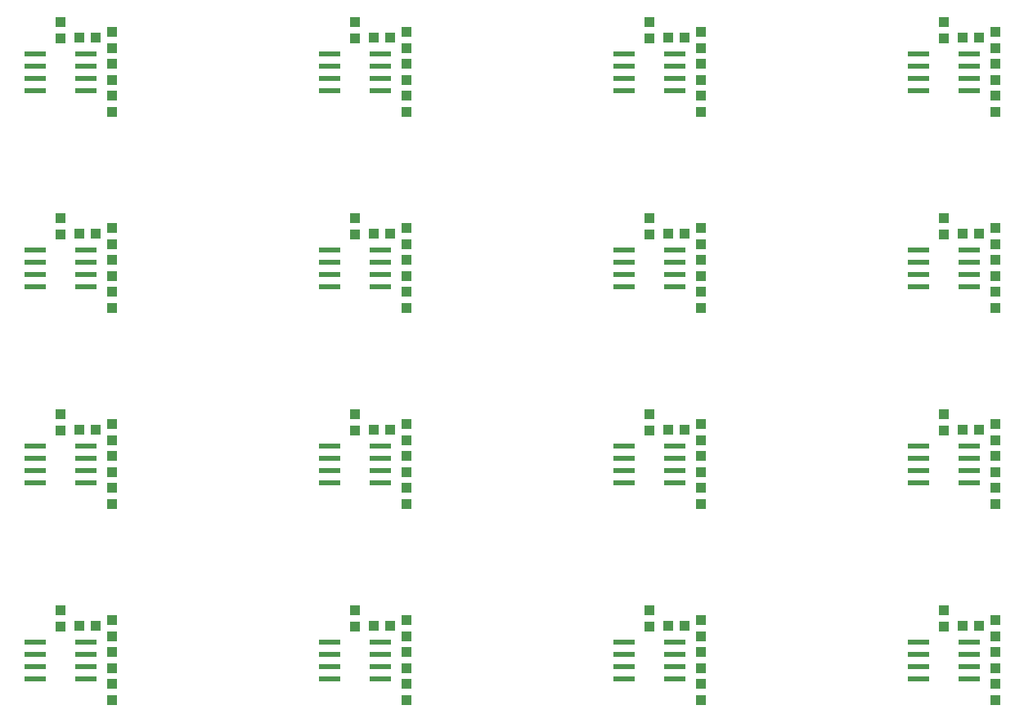
<source format=gtp>
G04 EAGLE Gerber RS-274X export*
G75*
%MOMM*%
%FSLAX34Y34*%
%LPD*%
%INSolderpaste Top*%
%IPPOS*%
%AMOC8*
5,1,8,0,0,1.08239X$1,22.5*%
G01*
%ADD10R,1.100000X1.000000*%
%ADD11R,2.209800X0.609600*%
%ADD12R,1.000000X1.100000*%


D10*
X187080Y203200D03*
X204080Y203200D03*
D11*
X193802Y148590D03*
X193802Y161290D03*
X193802Y173990D03*
X193802Y186690D03*
X141478Y186690D03*
X141478Y173990D03*
X141478Y161290D03*
X141478Y148590D03*
D12*
X167640Y202320D03*
X167640Y219320D03*
X220980Y143120D03*
X220980Y126120D03*
X220980Y192160D03*
X220980Y209160D03*
X220980Y176140D03*
X220980Y159140D03*
D10*
X491880Y203200D03*
X508880Y203200D03*
D11*
X498602Y148590D03*
X498602Y161290D03*
X498602Y173990D03*
X498602Y186690D03*
X446278Y186690D03*
X446278Y173990D03*
X446278Y161290D03*
X446278Y148590D03*
D12*
X472440Y202320D03*
X472440Y219320D03*
X525780Y143120D03*
X525780Y126120D03*
X525780Y192160D03*
X525780Y209160D03*
X525780Y176140D03*
X525780Y159140D03*
D10*
X796680Y203200D03*
X813680Y203200D03*
D11*
X803402Y148590D03*
X803402Y161290D03*
X803402Y173990D03*
X803402Y186690D03*
X751078Y186690D03*
X751078Y173990D03*
X751078Y161290D03*
X751078Y148590D03*
D12*
X777240Y202320D03*
X777240Y219320D03*
X830580Y143120D03*
X830580Y126120D03*
X830580Y192160D03*
X830580Y209160D03*
X830580Y176140D03*
X830580Y159140D03*
D10*
X1101480Y203200D03*
X1118480Y203200D03*
D11*
X1108202Y148590D03*
X1108202Y161290D03*
X1108202Y173990D03*
X1108202Y186690D03*
X1055878Y186690D03*
X1055878Y173990D03*
X1055878Y161290D03*
X1055878Y148590D03*
D12*
X1082040Y202320D03*
X1082040Y219320D03*
X1135380Y143120D03*
X1135380Y126120D03*
X1135380Y192160D03*
X1135380Y209160D03*
X1135380Y176140D03*
X1135380Y159140D03*
D10*
X187080Y406400D03*
X204080Y406400D03*
D11*
X193802Y351790D03*
X193802Y364490D03*
X193802Y377190D03*
X193802Y389890D03*
X141478Y389890D03*
X141478Y377190D03*
X141478Y364490D03*
X141478Y351790D03*
D12*
X167640Y405520D03*
X167640Y422520D03*
X220980Y346320D03*
X220980Y329320D03*
X220980Y395360D03*
X220980Y412360D03*
X220980Y379340D03*
X220980Y362340D03*
D10*
X491880Y406400D03*
X508880Y406400D03*
D11*
X498602Y351790D03*
X498602Y364490D03*
X498602Y377190D03*
X498602Y389890D03*
X446278Y389890D03*
X446278Y377190D03*
X446278Y364490D03*
X446278Y351790D03*
D12*
X472440Y405520D03*
X472440Y422520D03*
X525780Y346320D03*
X525780Y329320D03*
X525780Y395360D03*
X525780Y412360D03*
X525780Y379340D03*
X525780Y362340D03*
D10*
X796680Y406400D03*
X813680Y406400D03*
D11*
X803402Y351790D03*
X803402Y364490D03*
X803402Y377190D03*
X803402Y389890D03*
X751078Y389890D03*
X751078Y377190D03*
X751078Y364490D03*
X751078Y351790D03*
D12*
X777240Y405520D03*
X777240Y422520D03*
X830580Y346320D03*
X830580Y329320D03*
X830580Y395360D03*
X830580Y412360D03*
X830580Y379340D03*
X830580Y362340D03*
D10*
X1101480Y406400D03*
X1118480Y406400D03*
D11*
X1108202Y351790D03*
X1108202Y364490D03*
X1108202Y377190D03*
X1108202Y389890D03*
X1055878Y389890D03*
X1055878Y377190D03*
X1055878Y364490D03*
X1055878Y351790D03*
D12*
X1082040Y405520D03*
X1082040Y422520D03*
X1135380Y346320D03*
X1135380Y329320D03*
X1135380Y395360D03*
X1135380Y412360D03*
X1135380Y379340D03*
X1135380Y362340D03*
D10*
X187080Y609600D03*
X204080Y609600D03*
D11*
X193802Y554990D03*
X193802Y567690D03*
X193802Y580390D03*
X193802Y593090D03*
X141478Y593090D03*
X141478Y580390D03*
X141478Y567690D03*
X141478Y554990D03*
D12*
X167640Y608720D03*
X167640Y625720D03*
X220980Y549520D03*
X220980Y532520D03*
X220980Y598560D03*
X220980Y615560D03*
X220980Y582540D03*
X220980Y565540D03*
D10*
X491880Y609600D03*
X508880Y609600D03*
D11*
X498602Y554990D03*
X498602Y567690D03*
X498602Y580390D03*
X498602Y593090D03*
X446278Y593090D03*
X446278Y580390D03*
X446278Y567690D03*
X446278Y554990D03*
D12*
X472440Y608720D03*
X472440Y625720D03*
X525780Y549520D03*
X525780Y532520D03*
X525780Y598560D03*
X525780Y615560D03*
X525780Y582540D03*
X525780Y565540D03*
D10*
X796680Y609600D03*
X813680Y609600D03*
D11*
X803402Y554990D03*
X803402Y567690D03*
X803402Y580390D03*
X803402Y593090D03*
X751078Y593090D03*
X751078Y580390D03*
X751078Y567690D03*
X751078Y554990D03*
D12*
X777240Y608720D03*
X777240Y625720D03*
X830580Y549520D03*
X830580Y532520D03*
X830580Y598560D03*
X830580Y615560D03*
X830580Y582540D03*
X830580Y565540D03*
D10*
X1101480Y609600D03*
X1118480Y609600D03*
D11*
X1108202Y554990D03*
X1108202Y567690D03*
X1108202Y580390D03*
X1108202Y593090D03*
X1055878Y593090D03*
X1055878Y580390D03*
X1055878Y567690D03*
X1055878Y554990D03*
D12*
X1082040Y608720D03*
X1082040Y625720D03*
X1135380Y549520D03*
X1135380Y532520D03*
X1135380Y598560D03*
X1135380Y615560D03*
X1135380Y582540D03*
X1135380Y565540D03*
D10*
X187080Y812800D03*
X204080Y812800D03*
D11*
X193802Y758190D03*
X193802Y770890D03*
X193802Y783590D03*
X193802Y796290D03*
X141478Y796290D03*
X141478Y783590D03*
X141478Y770890D03*
X141478Y758190D03*
D12*
X167640Y811920D03*
X167640Y828920D03*
X220980Y752720D03*
X220980Y735720D03*
X220980Y801760D03*
X220980Y818760D03*
X220980Y785740D03*
X220980Y768740D03*
D10*
X491880Y812800D03*
X508880Y812800D03*
D11*
X498602Y758190D03*
X498602Y770890D03*
X498602Y783590D03*
X498602Y796290D03*
X446278Y796290D03*
X446278Y783590D03*
X446278Y770890D03*
X446278Y758190D03*
D12*
X472440Y811920D03*
X472440Y828920D03*
X525780Y752720D03*
X525780Y735720D03*
X525780Y801760D03*
X525780Y818760D03*
X525780Y785740D03*
X525780Y768740D03*
D10*
X796680Y812800D03*
X813680Y812800D03*
D11*
X803402Y758190D03*
X803402Y770890D03*
X803402Y783590D03*
X803402Y796290D03*
X751078Y796290D03*
X751078Y783590D03*
X751078Y770890D03*
X751078Y758190D03*
D12*
X777240Y811920D03*
X777240Y828920D03*
X830580Y752720D03*
X830580Y735720D03*
X830580Y801760D03*
X830580Y818760D03*
X830580Y785740D03*
X830580Y768740D03*
D10*
X1101480Y812800D03*
X1118480Y812800D03*
D11*
X1108202Y758190D03*
X1108202Y770890D03*
X1108202Y783590D03*
X1108202Y796290D03*
X1055878Y796290D03*
X1055878Y783590D03*
X1055878Y770890D03*
X1055878Y758190D03*
D12*
X1082040Y811920D03*
X1082040Y828920D03*
X1135380Y752720D03*
X1135380Y735720D03*
X1135380Y801760D03*
X1135380Y818760D03*
X1135380Y785740D03*
X1135380Y768740D03*
M02*

</source>
